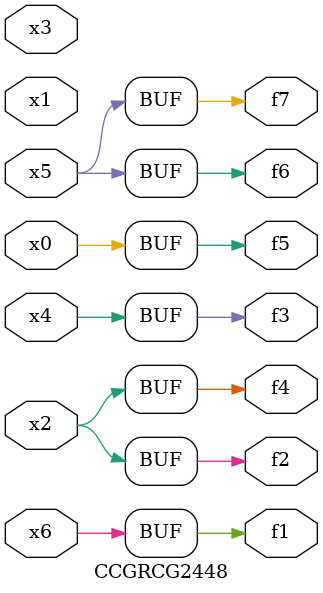
<source format=v>
module CCGRCG2448(
	input x0, x1, x2, x3, x4, x5, x6,
	output f1, f2, f3, f4, f5, f6, f7
);
	assign f1 = x6;
	assign f2 = x2;
	assign f3 = x4;
	assign f4 = x2;
	assign f5 = x0;
	assign f6 = x5;
	assign f7 = x5;
endmodule

</source>
